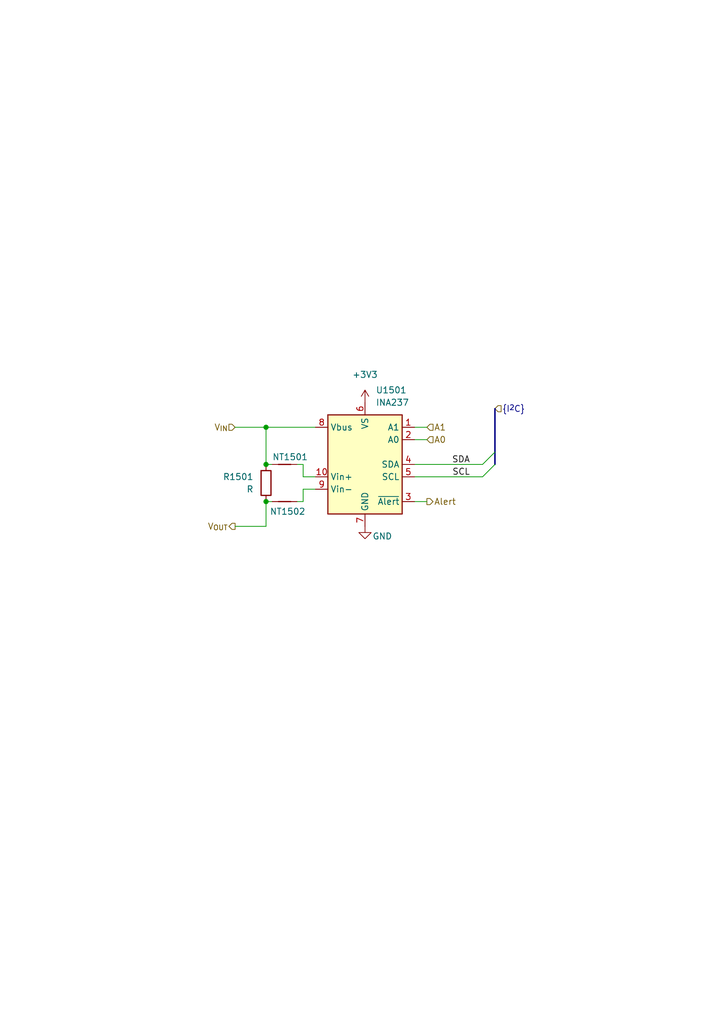
<source format=kicad_sch>
(kicad_sch (version 20250114) (generator "eeschema") (generator_version "9.0")
  (paper "A5" portrait)
  (title_block (title "Power supply - low level driver") (date "2024-06-28"))
  (lib_symbols
    (symbol "Device:NetTie_2" (pin_numbers (hide yes)) (pin_names (offset 0) (hide yes)) (in_bom no)
      (property "Reference" "NT" (at 0 1.27 0))
      (property "Value" "NetTie_2" (at 0 -1.27 0))
      (symbol "NetTie_2_0_1"
        (polyline (pts (xy -1.27 0) (xy 1.27 0)) (stroke (width 0.254)))
      )
      (symbol "NetTie_2_1_1"
        (pin passive line (at -2.54 0 0) (length 2.54) (name "1") (number "1"))
        (pin passive line (at 2.54 0 180) (length 2.54) (name "2") (number "2"))
      )
    )
    (symbol "Device:R" (pin_numbers (hide yes)) (pin_names (offset 0))
      (property "Reference" "R" (at 2.032 0 90))
      (property "Value" "R" (at 0 0 90))
      (symbol "R_0_1"
        (rectangle (start -1.016 -2.54) (end 1.016 2.54) (stroke (width 0.254)))
      )
      (symbol "R_1_1"
        (pin passive line (at 0 3.81 270) (length 1.27) (name "~") (number "1"))
        (pin passive line (at 0 -3.81 90) (length 1.27) (name "~") (number "2"))
      )
    )
    (symbol "Sensor_Energy:INA237"
      (property "Reference" "U" (at -6.35 11.43 0))
      (property "Value" "INA237" (at 3.81 11.43 0))
      (symbol "INA237_0_1"
        (rectangle (start 7.62 10.16) (end -7.62 -10.16) (stroke (width 0.254)) (fill (type background)))
      )
      (symbol "INA237_1_1"
        (pin input line (at -10.16 7.62 0) (length 2.54) (name "Vbus") (number "8"))
        (pin input line (at -10.16 -2.54 0) (length 2.54) (name "Vin+") (number "10"))
        (pin input line (at -10.16 -5.08 0) (length 2.54) (name "Vin-") (number "9"))
        (pin power_in line (at 0 12.7 270) (length 2.54) (name "VS") (number "6"))
        (pin power_in line (at 0 -12.7 90) (length 2.54) (name "GND") (number "7"))
        (pin input line (at 10.16 7.62 180) (length 2.54) (name "A1") (number "1"))
        (pin input line (at 10.16 5.08 180) (length 2.54) (name "A0") (number "2"))
        (pin bidirectional line (at 10.16 0 180) (length 2.54) (name "SDA") (number "4"))
        (pin input line (at 10.16 -2.54 180) (length 2.54) (name "SCL") (number "5"))
        (pin open_collector line (at 10.16 -7.62 180) (length 2.54) (name "~{Alert}") (number "3"))
      )
    )
    (symbol "power:+3V3" (power) (pin_names (offset 0))
      (property "Value" "+3V3" (at 0 3.556 0))
      (symbol "+3V3_0_1"
        (polyline (pts (xy -0.762 1.27) (xy 0 2.54)))
        (polyline (pts (xy 0 2.54) (xy 0.762 1.27)))
        (polyline (pts (xy 0 0) (xy 0 2.54)))
      )
      (symbol "+3V3_1_1"
        (pin power_in line (at 0 0 90) (length 0) (hide yes) (name "+3V3") (number "1"))
      )
    )
    (symbol "power:GND" (power) (pin_numbers (hide yes)) (pin_names (offset 0) (hide yes))
      (property "Value" "GND" (at 0 -3.81 0))
      (symbol "GND_0_1"
        (polyline (pts (xy 0 0) (xy 0 -1.27) (xy 1.27 -1.27) (xy 0 -2.54) (xy -1.27 -1.27) (xy 0 -1.27)))
      )
      (symbol "GND_1_1"
        (pin power_in line (at 0 0 270) (length 0) (name "~") (number "1"))
      )
    )
  )
  (junction (at 54.61 102.87))
  (junction (at 54.61 95.25))
  (junction (at 54.61 87.63))
  (bus_entry (at 101.6 92.71) (size -2.54 2.54))
  (bus_entry (at 101.6 95.25) (size -2.54 2.54))
  (wire (pts (xy 54.61 102.87) (xy 55.88 102.87)))
  (bus (pts (xy 101.6 92.71) (xy 101.6 95.25)))
  (wire (pts (xy 54.61 87.63) (xy 64.77 87.63)))
  (wire (pts (xy 54.61 87.63) (xy 54.61 95.25)))
  (wire (pts (xy 62.23 97.79) (xy 64.77 97.79)))
  (wire (pts (xy 60.96 102.87) (xy 62.23 102.87)))
  (wire (pts (xy 85.09 95.25) (xy 99.06 95.25)))
  (wire (pts (xy 54.61 107.95) (xy 48.26 107.95)))
  (wire (pts (xy 85.09 97.79) (xy 99.06 97.79)))
  (wire (pts (xy 54.61 95.25) (xy 55.88 95.25)))
  (wire (pts (xy 85.09 87.63) (xy 87.63 87.63)))
  (wire (pts (xy 64.77 100.33) (xy 62.23 100.33)))
  (wire (pts (xy 85.09 102.87) (xy 87.63 102.87)))
  (wire (pts (xy 60.96 95.25) (xy 62.23 95.25)))
  (wire (pts (xy 62.23 100.33) (xy 62.23 102.87)))
  (wire (pts (xy 48.26 87.63) (xy 54.61 87.63)))
  (wire (pts (xy 85.09 90.17) (xy 87.63 90.17)))
  (bus (pts (xy 101.6 83.82) (xy 101.6 92.71)))
  (wire (pts (xy 54.61 102.87) (xy 54.61 107.95)))
  (wire (pts (xy 62.23 95.25) (xy 62.23 97.79)))
  (label "SCL" (at 96.52 97.79 180))
  (label "SDA" (at 96.52 95.25 180))
  (hierarchical_label "{I^{2}C}" (shape input) (at 101.6 83.82 0))
  (hierarchical_label "A1" (shape input) (at 87.63 87.63 0))
  (hierarchical_label "Alert" (shape output) (at 87.63 102.87 0))
  (hierarchical_label "V_{IN}" (shape input) (at 48.26 87.63 180))
  (hierarchical_label "V_{OUT}" (shape output) (at 48.26 107.95 180))
  (hierarchical_label "A0" (shape input) (at 87.63 90.17 0))
  (symbol (lib_id "power:GND") (at 74.93 107.95 0) (unit 1)
    (property "Reference" "#PWR01302" (effects (hide yes)))
    (property "Value" "GND" (at 78.486 109.982 0))
    (property "Description" "Power symbol creates a global label with name \"GND\" , ground" (effects (hide yes)))
    (instances (project "Power_unit_A1" (path "" (reference "#PWR01502") (unit 1)) (path "" (reference "#PWR01302") (unit 1)) (path "" (reference "#PWR01402") (unit 1))))
  )
  (symbol (lib_id "power:+3V3") (at 74.93 82.55 0) (mirror y) (unit 1)
    (property "Reference" "#PWR01301" (effects (hide yes)))
    (property "Value" "+3V3" (at 74.93 76.835 0))
    (instances (project "Power_unit_A1" (path "" (reference "#PWR01501") (unit 1)) (path "" (reference "#PWR01301") (unit 1)) (path "" (reference "#PWR01401") (unit 1))))
  )
  (symbol (lib_id "Device:NetTie_2") (at 58.42 102.87 0) (mirror y) (unit 1) (in_bom no)
    (property "Reference" "NT1302" (at 55.372 104.902 0) (effects (justify right)))
    (property "Value" "NetTie_2" (effects (hide yes)))
    (property "Description" "Net tie, 2 pins" (effects (hide yes)))
    (instances (project "Power_unit_A1" (path "" (reference "NT1502") (unit 1)) (path "" (reference "NT1302") (unit 1)) (path "" (reference "NT1402") (unit 1))))
  )
  (symbol (lib_id "Device:R") (at 54.61 99.06 0) (mirror y) (unit 1)
    (property "Reference" "R1301" (at 52.07 97.7899 0) (effects (justify left)))
    (property "Value" "R" (at 52.07 100.3299 0) (effects (justify left)))
    (instances (project "Power_unit_A1" (path "" (reference "R1501") (unit 1)) (path "" (reference "R1301") (unit 1)) (path "" (reference "R1401") (unit 1))))
  )
  (symbol (lib_id "Device:NetTie_2") (at 58.42 95.25 0) (mirror y) (unit 1) (in_bom no)
    (property "Reference" "NT1301" (at 55.88 93.726 0) (effects (justify right)))
    (property "Value" "NetTie_2" (effects (hide yes)))
    (property "Description" "Net tie, 2 pins" (effects (hide yes)))
    (instances (project "Power_unit_A1" (path "" (reference "NT1501") (unit 1)) (path "" (reference "NT1301") (unit 1)) (path "" (reference "NT1401") (unit 1))))
  )
  (symbol (lib_id "Sensor_Energy:INA237") (at 74.93 95.25 0) (unit 1)
    (property "Reference" "U1301" (at 77.1241 80.01 0) (effects (justify left)))
    (property "Value" "INA237" (at 77.1241 82.55 0) (effects (justify left)))
    (property "Footprint" "Package_SO:VSSOP-10_3x3mm_P0.5mm" (effects (hide yes)))
    (property "Datasheet" "https://www.ti.com/lit/ds/symlink/ina237.pdf" (effects (hide yes)))
    (property "Description" "High-Side or Low-Side Measurement, Bi-Directional Current and Power Monitor (0-85V) with I2C, SMBus-, and PMBus-Compatible Interface, VSSOP-10" (effects (hide yes)))
    (instances (project "Power_unit_A1" (path "" (reference "U1501") (unit 1)) (path "" (reference "U1301") (unit 1)) (path "" (reference "U1401") (unit 1))))
  )
)
</source>
